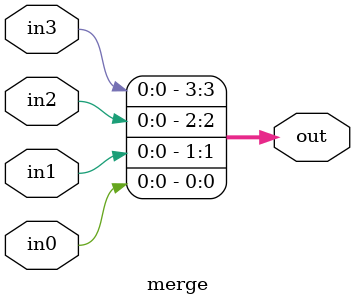
<source format=v>
module merge(out, in3,in2,in1,in0);
input in3,in2,in1,in0;
output [3:0] out;
assign out = {in3,in2,in1,in0};
endmodule
</source>
